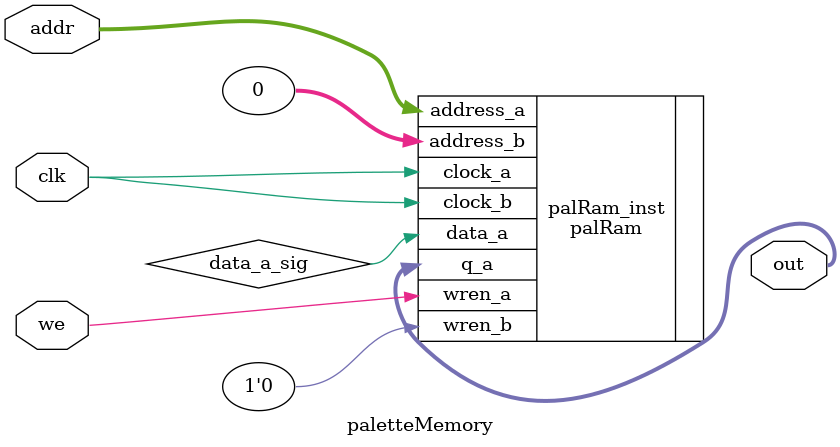
<source format=v>
module paletteMemory (
	input clk,
	input [2:0] addr,
	input we,
	output [255:0] out
);

	/*reg [2:0] foo;
	
	always @(posedge clk) begin
		foo <= addr;
	end
	
	assign out = {foo, foo[0], 12'hFFF};*/
	
palRam	palRam_inst (
	.address_a ( addr ),
	.address_b ( 0 ),
	.clock_a ( clk ),
	.clock_b ( clk ),
	.data_a ( data_a_sig ),
	//.data_b ( data_b_sig ),
	.wren_a ( we ),
	.wren_b ( 1'b0 ),
	.q_a ( out )
	//.q_b ( q_b_sig )
	);

endmodule

</source>
